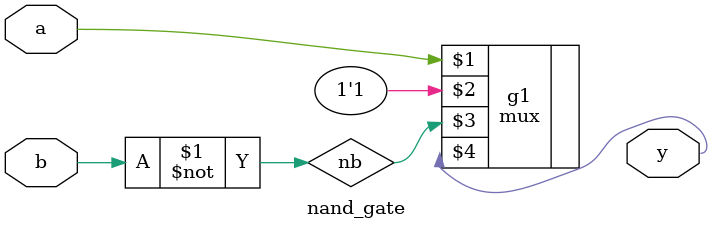
<source format=v>
`include "mux21_v.v"
module nand_gate(a,b,y);
input a,b;
output y;
wire nb;
not g2(nb,b);
mux g1(a,1'b1,nb,y);
endmodule


//# a=0 b=0 y=1
//# a=0 b=1 y=1
//# a=0 b=1 y=1
//# a=1 b=1 y=0
//# a=0 b=1 y=1
//# a=0 b=1 y=1
//# a=0 b=1 y=1
//# a=1 b=0 y=1

</source>
